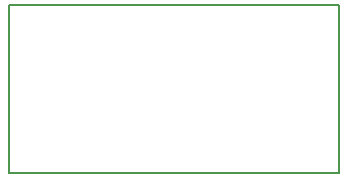
<source format=gko>
G04*
G04 #@! TF.GenerationSoftware,Altium Limited,Altium Designer,18.1.7 (191)*
G04*
G04 Layer_Color=16711935*
%FSLAX24Y24*%
%MOIN*%
G70*
G01*
G75*
%ADD14C,0.0070*%
D14*
X10000Y10500D02*
Y16100D01*
Y10500D02*
X21000D01*
Y16100D01*
X10000D02*
X21000D01*
M02*

</source>
